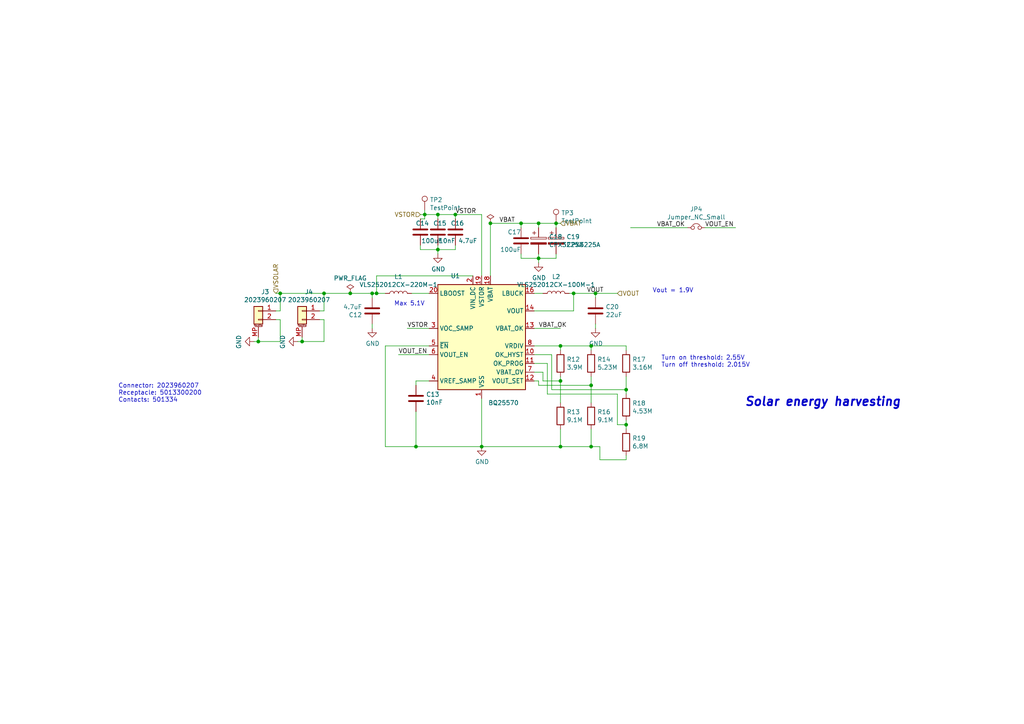
<source format=kicad_sch>
(kicad_sch (version 20211123) (generator eeschema)
  (paper "A4")
  (title_block (title "Energy Harvesting") (date "2021-11-21") (rev "2.0"))
  (lib_symbols
    (symbol "Battery_Management:BQ25570"
      (property "Reference" "U" (at -12.7 16.51 0))
      (property "Value" "BQ25570" (at 10.16 16.51 0))
      (symbol "BQ25570_0_1"
        (rectangle (start -12.7 15.24) (end 12.7 -15.24) (stroke (width 0.254)) (fill (type background)))
      )
      (symbol "BQ25570_1_1"
        (pin power_in line (at 0 -17.78 90) (length 2.54) (name "VSS") (number "1"))
        (pin input line (at 15.24 -5.08 180) (length 2.54) (name "OK_HYST") (number "10"))
        (pin input line (at 15.24 -7.62 180) (length 2.54) (name "OK_PROG") (number "11"))
        (pin input line (at 15.24 -12.7 180) (length 2.54) (name "VOUT_SET") (number "12"))
        (pin output line (at 15.24 2.54 180) (length 2.54) (name "VBAT_OK") (number "13"))
        (pin input line (at 15.24 7.62 180) (length 2.54) (name "VOUT") (number "14"))
        (pin passive line (at 0 -17.78 90) (length 2.54) hide (name "VSS") (number "15"))
        (pin passive line (at 15.24 12.7 180) (length 2.54) (name "LBUCK") (number "16"))
        (pin passive line (at 0 -17.78 90) (length 2.54) hide (name "VSS") (number "17"))
        (pin power_in line (at 2.54 17.78 270) (length 2.54) (name "VBAT") (number "18"))
        (pin power_out line (at 0 17.78 270) (length 2.54) (name "VSTOR") (number "19"))
        (pin power_in line (at -2.54 17.78 270) (length 2.54) (name "VIN_DC") (number "2"))
        (pin passive line (at -15.24 12.7 0) (length 2.54) (name "LBOOST") (number "20"))
        (pin passive line (at 0 -17.78 90) (length 2.54) hide (name "VSS") (number "21"))
        (pin input line (at -15.24 2.54 0) (length 2.54) (name "VOC_SAMP") (number "3"))
        (pin passive line (at -15.24 -12.7 0) (length 2.54) (name "VREF_SAMP") (number "4"))
        (pin input line (at -15.24 -2.54 0) (length 2.54) (name "~{EN}") (number "5"))
        (pin input line (at -15.24 -5.08 0) (length 2.54) (name "VOUT_EN") (number "6"))
        (pin input line (at 15.24 -10.16 180) (length 2.54) (name "VBAT_OV") (number "7"))
        (pin output line (at 15.24 -2.54 180) (length 2.54) (name "VRDIV") (number "8"))
        (pin passive line (at 0 -17.78 90) (length 2.54) hide (name "VSS") (number "9"))
      )
    )
    (symbol "Connector:TestPoint" (pin_numbers hide) (pin_names (offset 0.762) hide)
      (property "Reference" "TP" (at 0 6.858 0))
      (property "Value" "TestPoint" (at 0 5.08 0))
      (symbol "TestPoint_0_1"
        (circle (center 0 3.302) (radius 0.762))
      )
      (symbol "TestPoint_1_1"
        (pin passive line (at 0 0 90) (length 2.54) (name "1") (number "1"))
      )
    )
    (symbol "Connector_Generic_MountingPin:Conn_01x02_MountingPin" (pin_names (offset 1.016) hide)
      (property "Reference" "J" (at 0 2.54 0))
      (property "Value" "Conn_01x02_MountingPin" (at 1.27 -5.08 0))
      (symbol "Conn_01x02_MountingPin_1_1"
        (rectangle (start -1.27 -2.413) (end 0 -2.667) (stroke (width 0.1524)))
        (rectangle (start -1.27 0.127) (end 0 -0.127) (stroke (width 0.1524)))
        (rectangle (start -1.27 1.27) (end 1.27 -3.81) (stroke (width 0.254)) (fill (type background)))
        (polyline (pts (xy -1.016 -4.572) (xy 1.016 -4.572)) (stroke (width 0.1524)))
        (text "Mounting" (at 0 -4.191 0) (effects (font (size 0.381 0.381))))
        (pin passive line (at -5.08 0 0) (length 3.81) (name "Pin_1") (number "1"))
        (pin passive line (at -5.08 -2.54 0) (length 3.81) (name "Pin_2") (number "2"))
        (pin passive line (at 0 -7.62 90) (length 3.048) (name "MountPin") (number "MP"))
      )
    )
    (symbol "Device:C" (pin_numbers hide) (pin_names (offset 0.254))
      (property "Reference" "C" (at 0.635 2.54 0))
      (property "Value" "C" (at 0.635 -2.54 0))
      (symbol "C_0_1"
        (polyline (pts (xy -2.032 -0.762) (xy 2.032 -0.762)) (stroke (width 0.508)))
        (polyline (pts (xy -2.032 0.762) (xy 2.032 0.762)) (stroke (width 0.508)))
      )
      (symbol "C_1_1"
        (pin passive line (at 0 3.81 270) (length 2.794) (name "~") (number "1"))
        (pin passive line (at 0 -3.81 90) (length 2.794) (name "~") (number "2"))
      )
    )
    (symbol "Device:L" (pin_numbers hide) (pin_names (offset 1.016) hide)
      (property "Reference" "L" (at -1.27 0 90))
      (property "Value" "L" (at 1.905 0 90))
      (symbol "L_0_1"
        (arc (start 0 -2.54) (mid 0.635 -1.905) (end 0 -1.27))
        (arc (start 0 -1.27) (mid 0.635 -0.635) (end 0 0))
        (arc (start 0 0) (mid 0.635 0.635) (end 0 1.27))
        (arc (start 0 1.27) (mid 0.635 1.905) (end 0 2.54))
      )
      (symbol "L_1_1"
        (pin passive line (at 0 3.81 270) (length 1.27) (name "1") (number "1"))
        (pin passive line (at 0 -3.81 90) (length 1.27) (name "2") (number "2"))
      )
    )
    (symbol "Device:R" (pin_numbers hide) (pin_names (offset 0))
      (property "Reference" "R" (at 2.032 0 90))
      (property "Value" "R" (at 0 0 90))
      (symbol "R_0_1"
        (rectangle (start -1.016 -2.54) (end 1.016 2.54) (stroke (width 0.254)))
      )
      (symbol "R_1_1"
        (pin passive line (at 0 3.81 270) (length 1.27) (name "~") (number "1"))
        (pin passive line (at 0 -3.81 90) (length 1.27) (name "~") (number "2"))
      )
    )
    (symbol "int-bluetooth-rescue:CP-Device" (pin_numbers hide) (pin_names (offset 0.254))
      (property "Reference" "C" (at 0.635 2.54 0))
      (property "Value" "CP-Device" (at 0.635 -2.54 0))
      (symbol "CP-Device_0_1"
        (rectangle (start -2.286 0.508) (end 2.286 1.016))
        (polyline (pts (xy -1.778 2.286) (xy -0.762 2.286)))
        (polyline (pts (xy -1.27 2.794) (xy -1.27 1.778)))
        (rectangle (start 2.286 -0.508) (end -2.286 -1.016) (fill (type outline)))
      )
      (symbol "CP-Device_1_1"
        (pin passive line (at 0 3.81 270) (length 2.794) (name "~") (number "1"))
        (pin passive line (at 0 -3.81 90) (length 2.794) (name "~") (number "2"))
      )
    )
    (symbol "int-bluetooth-rescue:Jumper_NC_Small-Device" (pin_numbers hide) (pin_names (offset 0.762) hide)
      (property "Reference" "JP" (at 0 2.032 0))
      (property "Value" "Jumper_NC_Small-Device" (at 0.254 -1.524 0))
      (symbol "Jumper_NC_Small-Device_0_1"
        (circle (center -1.016 0) (radius 0.508))
        (circle (center 1.016 0) (radius 0.508))
        (arc (start 1.016 0.762) (mid 0 1.1828) (end -1.016 0.762))
        (pin passive line (at -2.54 0 0) (length 1.016) (name "1") (number "1"))
        (pin passive line (at 2.54 0 180) (length 1.016) (name "2") (number "2"))
      )
    )
    (symbol "power:GND" (power) (pin_names (offset 0))
      (property "Value" "GND" (at 0 -3.81 0))
      (symbol "GND_0_1"
        (polyline (pts (xy 0 0) (xy 0 -1.27) (xy 1.27 -1.27) (xy 0 -2.54) (xy -1.27 -1.27) (xy 0 -1.27)))
      )
      (symbol "GND_1_1"
        (pin power_in line (at 0 0 270) (length 0) hide (name "GND") (number "1"))
      )
    )
    (symbol "power:PWR_FLAG" (power) (pin_numbers hide) (pin_names (offset 0) hide)
      (property "Value" "PWR_FLAG" (at 0 3.81 0))
      (symbol "PWR_FLAG_0_0"
        (pin power_out line (at 0 0 90) (length 0) (name "pwr") (number "1"))
      )
      (symbol "PWR_FLAG_0_1"
        (polyline (pts (xy 0 0) (xy 0 1.27) (xy -1.016 1.905) (xy 0 2.54) (xy 1.016 1.905) (xy 0 1.27)))
      )
    )
  )
  (junction (at 162.56 110.49))
  (junction (at 109.22 85.09))
  (junction (at 161.29 64.77))
  (junction (at 162.56 129.54))
  (junction (at 87.63 99.06))
  (junction (at 107.95 85.09))
  (junction (at 162.56 100.33))
  (junction (at 132.08 62.23))
  (junction (at 151.13 64.77))
  (junction (at 120.65 129.54))
  (junction (at 127 62.23))
  (junction (at 171.45 129.54))
  (junction (at 93.98 85.09))
  (junction (at 181.61 123.19))
  (junction (at 171.45 111.76))
  (junction (at 81.28 85.09))
  (junction (at 172.72 85.09))
  (junction (at 123.19 62.23))
  (junction (at 171.45 100.33))
  (junction (at 101.6 85.09))
  (junction (at 74.93 99.06))
  (junction (at 156.21 64.77))
  (junction (at 166.37 85.09))
  (junction (at 181.61 113.03))
  (junction (at 142.24 64.77))
  (junction (at 127 72.39))
  (junction (at 139.7 129.54))
  (junction (at 156.21 74.93))
  (wire (pts (xy 156.21 111.76) (xy 171.45 111.76)))
  (wire (pts (xy 181.61 132.08) (xy 181.61 133.35)))
  (wire (pts (xy 160.02 102.87) (xy 160.02 113.03)))
  (wire (pts (xy 137.16 80.01) (xy 109.22 80.01)))
  (wire (pts (xy 74.93 99.06) (xy 74.93 97.79)))
  (wire (pts (xy 181.61 133.35) (xy 173.99 133.35)))
  (wire (pts (xy 165.1 85.09) (xy 166.37 85.09)))
  (wire (pts (xy 109.22 80.01) (xy 109.22 85.09)))
  (wire (pts (xy 179.07 123.19) (xy 181.61 123.19)))
  (wire (pts (xy 124.46 85.09) (xy 119.38 85.09)))
  (wire (pts (xy 160.02 113.03) (xy 181.61 113.03)))
  (wire (pts (xy 162.56 110.49) (xy 162.56 109.22)))
  (wire (pts (xy 87.63 99.06) (xy 86.36 99.06)))
  (wire (pts (xy 154.94 107.95) (xy 157.48 107.95)))
  (wire (pts (xy 107.95 85.09) (xy 109.22 85.09)))
  (wire (pts (xy 154.94 85.09) (xy 157.48 85.09)))
  (wire (pts (xy 156.21 64.77) (xy 161.29 64.77)))
  (wire (pts (xy 158.75 114.3) (xy 179.07 114.3)))
  (wire (pts (xy 127 63.5) (xy 127 62.23)))
  (wire (pts (xy 182.88 66.04) (xy 199.39 66.04)))
  (wire (pts (xy 120.65 129.54) (xy 139.7 129.54)))
  (wire (pts (xy 80.01 85.09) (xy 81.28 85.09)))
  (wire (pts (xy 80.01 90.17) (xy 81.28 90.17)))
  (wire (pts (xy 81.28 92.71) (xy 81.28 99.06)))
  (wire (pts (xy 181.61 101.6) (xy 181.61 100.33)))
  (wire (pts (xy 92.71 90.17) (xy 93.98 90.17)))
  (wire (pts (xy 162.56 100.33) (xy 171.45 100.33)))
  (wire (pts (xy 213.36 66.04) (xy 204.47 66.04)))
  (wire (pts (xy 121.92 72.39) (xy 121.92 71.12)))
  (wire (pts (xy 158.75 105.41) (xy 158.75 114.3)))
  (wire (pts (xy 151.13 66.04) (xy 151.13 64.77)))
  (wire (pts (xy 161.29 66.04) (xy 161.29 64.77)))
  (wire (pts (xy 162.56 64.77) (xy 161.29 64.77)))
  (wire (pts (xy 81.28 99.06) (xy 74.93 99.06)))
  (wire (pts (xy 139.7 129.54) (xy 162.56 129.54)))
  (wire (pts (xy 124.46 102.87) (xy 115.57 102.87)))
  (wire (pts (xy 118.11 95.25) (xy 124.46 95.25)))
  (wire (pts (xy 93.98 85.09) (xy 101.6 85.09)))
  (wire (pts (xy 171.45 100.33) (xy 181.61 100.33)))
  (wire (pts (xy 127 72.39) (xy 127 73.66)))
  (wire (pts (xy 107.95 86.36) (xy 107.95 85.09)))
  (wire (pts (xy 166.37 85.09) (xy 172.72 85.09)))
  (wire (pts (xy 157.48 107.95) (xy 157.48 110.49)))
  (wire (pts (xy 81.28 85.09) (xy 93.98 85.09)))
  (wire (pts (xy 124.46 110.49) (xy 120.65 110.49)))
  (wire (pts (xy 173.99 133.35) (xy 173.99 129.54)))
  (wire (pts (xy 181.61 113.03) (xy 181.61 114.3)))
  (wire (pts (xy 166.37 85.09) (xy 166.37 90.17)))
  (wire (pts (xy 161.29 74.93) (xy 156.21 74.93)))
  (wire (pts (xy 171.45 124.46) (xy 171.45 129.54)))
  (wire (pts (xy 132.08 72.39) (xy 132.08 71.12)))
  (wire (pts (xy 156.21 110.49) (xy 156.21 111.76)))
  (wire (pts (xy 87.63 99.06) (xy 87.63 97.79)))
  (wire (pts (xy 156.21 66.04) (xy 156.21 64.77)))
  (wire (pts (xy 157.48 110.49) (xy 162.56 110.49)))
  (wire (pts (xy 181.61 123.19) (xy 181.61 124.46)))
  (wire (pts (xy 172.72 86.36) (xy 172.72 85.09)))
  (wire (pts (xy 171.45 109.22) (xy 171.45 111.76)))
  (wire (pts (xy 121.92 63.5) (xy 123.19 63.5)))
  (wire (pts (xy 161.29 73.66) (xy 161.29 74.93)))
  (wire (pts (xy 142.24 64.77) (xy 151.13 64.77)))
  (wire (pts (xy 123.19 60.96) (xy 123.19 62.23)))
  (wire (pts (xy 81.28 90.17) (xy 81.28 85.09)))
  (wire (pts (xy 172.72 85.09) (xy 179.07 85.09)))
  (wire (pts (xy 121.92 62.23) (xy 123.19 62.23)))
  (wire (pts (xy 111.76 100.33) (xy 111.76 129.54)))
  (wire (pts (xy 101.6 85.09) (xy 107.95 85.09)))
  (wire (pts (xy 151.13 74.93) (xy 156.21 74.93)))
  (wire (pts (xy 120.65 119.38) (xy 120.65 129.54)))
  (wire (pts (xy 171.45 129.54) (xy 173.99 129.54)))
  (wire (pts (xy 154.94 95.25) (xy 162.56 95.25)))
  (wire (pts (xy 154.94 102.87) (xy 160.02 102.87)))
  (wire (pts (xy 162.56 124.46) (xy 162.56 129.54)))
  (wire (pts (xy 179.07 114.3) (xy 179.07 123.19)))
  (wire (pts (xy 154.94 100.33) (xy 162.56 100.33)))
  (wire (pts (xy 139.7 80.01) (xy 139.7 62.23)))
  (wire (pts (xy 127 72.39) (xy 132.08 72.39)))
  (wire (pts (xy 123.19 63.5) (xy 123.19 62.23)))
  (wire (pts (xy 127 62.23) (xy 132.08 62.23)))
  (wire (pts (xy 172.72 93.98) (xy 172.72 95.25)))
  (wire (pts (xy 162.56 116.84) (xy 162.56 110.49)))
  (wire (pts (xy 111.76 85.09) (xy 109.22 85.09)))
  (wire (pts (xy 142.24 80.01) (xy 142.24 64.77)))
  (wire (pts (xy 92.71 92.71) (xy 93.98 92.71)))
  (wire (pts (xy 107.95 95.25) (xy 107.95 93.98)))
  (wire (pts (xy 181.61 121.92) (xy 181.61 123.19)))
  (wire (pts (xy 139.7 129.54) (xy 139.7 115.57)))
  (wire (pts (xy 171.45 100.33) (xy 171.45 101.6)))
  (wire (pts (xy 132.08 62.23) (xy 139.7 62.23)))
  (wire (pts (xy 151.13 73.66) (xy 151.13 74.93)))
  (wire (pts (xy 120.65 110.49) (xy 120.65 111.76)))
  (wire (pts (xy 121.92 72.39) (xy 127 72.39)))
  (wire (pts (xy 181.61 113.03) (xy 181.61 109.22)))
  (wire (pts (xy 156.21 74.93) (xy 156.21 76.2)))
  (wire (pts (xy 132.08 63.5) (xy 132.08 62.23)))
  (wire (pts (xy 123.19 62.23) (xy 127 62.23)))
  (wire (pts (xy 154.94 105.41) (xy 158.75 105.41)))
  (wire (pts (xy 127 71.12) (xy 127 72.39)))
  (wire (pts (xy 151.13 64.77) (xy 156.21 64.77)))
  (wire (pts (xy 156.21 73.66) (xy 156.21 74.93)))
  (wire (pts (xy 166.37 90.17) (xy 154.94 90.17)))
  (wire (pts (xy 80.01 92.71) (xy 81.28 92.71)))
  (wire (pts (xy 93.98 85.09) (xy 93.98 90.17)))
  (wire (pts (xy 74.93 99.06) (xy 73.66 99.06)))
  (wire (pts (xy 154.94 110.49) (xy 156.21 110.49)))
  (wire (pts (xy 171.45 111.76) (xy 171.45 116.84)))
  (wire (pts (xy 93.98 99.06) (xy 87.63 99.06)))
  (wire (pts (xy 162.56 101.6) (xy 162.56 100.33)))
  (wire (pts (xy 93.98 92.71) (xy 93.98 99.06)))
  (wire (pts (xy 162.56 129.54) (xy 171.45 129.54)))
  (wire (pts (xy 111.76 129.54) (xy 120.65 129.54)))
  (wire (pts (xy 124.46 100.33) (xy 111.76 100.33)))
  (text "Max 5.1V" (at 114.3 88.9 0) (effects (font (size 1.27 1.27)) (justify left bottom)))
  (text "Solar energy harvesting" (at 215.9 118.11 0) (effects (font (size 2.4892 2.4892) (thickness 0.4978) bold italic) (justify left bottom)))
  (text "Vout = 1.9V" (at 189.23 85.09 0) (effects (font (size 1.27 1.27)) (justify left bottom)))
  (text "Turn on threshold: 2.55V\nTurn off threshold: 2.015V " (at 191.77 106.68 0) (effects (font (size 1.27 1.27)) (justify left bottom)))
  (text "Connector: 2023960207\nReceptacle: 5013300200\nContacts: 501334" (at 34.29 116.84 0) (effects (font (size 1.27 1.27)) (justify left bottom)))
  (label "VSTOR" (at 118.11 95.25 0))
  (label "VOUT" (at 170.18 85.09 0))
  (label "VSTOR" (at 132.08 62.23 0))
  (label "VOUT_EN" (at 204.47 66.04 0))
  (label "VOUT_EN" (at 115.57 102.87 0))
  (label "VBAT_OK" (at 156.21 95.25 0))
  (label "VBAT_OK" (at 190.5 66.04 0))
  (label "VBAT" (at 144.78 64.77 0))
  (hierarchical_label "VSOLAR" (shape input) (at 80.01 85.09 90))
  (hierarchical_label "VOUT" (shape input) (at 179.07 85.09 0))
  (hierarchical_label "VBAT" (shape input) (at 162.56 64.77 0))
  (hierarchical_label "VSTOR" (shape input) (at 121.92 62.23 180))
  (symbol (lib_id "Battery_Management:BQ25570") (at 139.7 97.79 0) (unit 1)
    (property "Reference" "U1" (at 132.08 80.01 0))
    (property "Value" "BQ25570" (at 146.05 116.84 0))
    (property "Footprint" "Package_DFN_QFN:QFN-20-1EP_3.5x3.5mm_P0.5mm_EP2x2mm" (effects hide))
    (property "Datasheet" "http://www.ti.com/lit/ds/symlink/bq25570.pdf" (effects hide))
    (property "MPN" "BQ25570RGR" (effects hide))
  )
  (symbol (lib_id "Device:C") (at 107.95 90.17 180) (unit 1)
    (property "Reference" "C12" (at 105.029 91.3384 0) (effects (justify left)))
    (property "Value" "4.7uF" (at 105.029 89.027 0) (effects (justify left)))
    (property "Footprint" "Capacitor_SMD:C_0402_1005Metric" (effects hide))
    (property "MPN" "LMK105BBJ475MVLF" (effects hide))
  )
  (symbol (lib_id "Device:C") (at 132.08 67.31 180) (unit 1)
    (property "Reference" "C16" (at 134.62 64.77 0) (effects (justify left)))
    (property "Value" "4.7uF" (at 138.43 69.85 0) (effects (justify left)))
    (property "Footprint" "Capacitor_SMD:C_0402_1005Metric" (effects hide))
    (property "MPN" "LMK105BBJ475MVLF" (effects hide))
  )
  (symbol (lib_id "Device:L") (at 115.57 85.09 90) (unit 1)
    (property "Reference" "L1" (at 115.57 80.264 90))
    (property "Value" "VLS252012CX-220M-1" (at 115.57 82.5754 90))
    (property "Footprint" "jaspers_footprints:VLS252012CX-1" (effects hide))
    (property "MPN" "VLS252012CX-220M-1" (effects hide))
  )
  (symbol (lib_id "Device:C") (at 151.13 69.85 180) (unit 1)
    (property "Reference" "C17" (at 151.13 67.31 0) (effects (justify left)))
    (property "Value" "100uF" (at 151.13 72.39 0) (effects (justify left)))
    (property "Footprint" "Capacitor_SMD:C_1210_3225Metric" (effects hide))
    (property "MPN" "-" (effects hide))
  )
  (symbol (lib_id "Device:L") (at 161.29 85.09 90) (unit 1)
    (property "Reference" "L2" (at 161.29 80.264 90))
    (property "Value" "VLS252012CX-100M-1" (at 161.29 82.5754 90))
    (property "Footprint" "jaspers_footprints:VLS252012CX-1" (effects hide))
    (property "MPN" "VLS252012CX-100M-1" (effects hide))
  )
  (symbol (lib_id "power:GND") (at 139.7 129.54 0) (unit 1)
    (property "Reference" "#PWR0107" (effects hide))
    (property "Value" "GND" (at 139.827 133.9342 0))
  )
  (symbol (lib_id "Device:C") (at 120.65 115.57 0) (unit 1)
    (property "Reference" "C13" (at 123.571 114.4016 0) (effects (justify left)))
    (property "Value" "10nF" (at 123.571 116.713 0) (effects (justify left)))
    (property "Footprint" "Capacitor_SMD:C_0402_1005Metric" (effects hide))
    (property "MPN" "GCM155R71H103KA55D" (effects hide))
  )
  (symbol (lib_id "Device:R") (at 171.45 105.41 0) (unit 1)
    (property "Reference" "R14" (at 173.228 104.2416 0) (effects (justify left)))
    (property "Value" "5.23M" (at 173.228 106.553 0) (effects (justify left)))
    (property "Footprint" "Resistor_SMD:R_0402_1005Metric" (effects hide))
    (property "MPN" "CRCW04025M23FKED" (effects hide))
  )
  (symbol (lib_id "Device:R") (at 171.45 120.65 0) (unit 1)
    (property "Reference" "R16" (at 173.228 119.4816 0) (effects (justify left)))
    (property "Value" "9.1M" (at 173.228 121.793 0) (effects (justify left)))
    (property "Footprint" "Resistor_SMD:R_0402_1005Metric" (effects hide))
    (property "MPN" "CRCW04029M10FKED " (effects hide))
  )
  (symbol (lib_id "Device:R") (at 162.56 105.41 0) (unit 1)
    (property "Reference" "R12" (at 164.338 104.2416 0) (effects (justify left)))
    (property "Value" "3.9M" (at 164.338 106.553 0) (effects (justify left)))
    (property "Footprint" "Resistor_SMD:R_0402_1005Metric" (effects hide))
    (property "MPN" "MCHVR02FTFY3904 " (effects hide))
  )
  (symbol (lib_id "Device:R") (at 162.56 120.65 0) (unit 1)
    (property "Reference" "R13" (at 164.338 119.4816 0) (effects (justify left)))
    (property "Value" "9.1M" (at 164.338 121.793 0) (effects (justify left)))
    (property "Footprint" "Resistor_SMD:R_0402_1005Metric" (effects hide))
    (property "MPN" "CRCW04029M10FKED " (effects hide))
  )
  (symbol (lib_id "Device:R") (at 181.61 128.27 0) (unit 1)
    (property "Reference" "R19" (at 183.388 127.1016 0) (effects (justify left)))
    (property "Value" "6.8M" (at 183.388 129.413 0) (effects (justify left)))
    (property "Footprint" "Resistor_SMD:R_0402_1005Metric" (effects hide))
    (property "MPN" "MCHVR02FTFY6804 " (effects hide))
  )
  (symbol (lib_id "Device:R") (at 181.61 118.11 0) (unit 1)
    (property "Reference" "R18" (at 183.388 116.9416 0) (effects (justify left)))
    (property "Value" "4.53M" (at 183.388 119.253 0) (effects (justify left)))
    (property "Footprint" "Resistor_SMD:R_0402_1005Metric" (effects hide))
    (property "MPN" "RMCF0402FT4M53" (effects hide))
  )
  (symbol (lib_id "Device:R") (at 181.61 105.41 0) (unit 1)
    (property "Reference" "R17" (at 183.388 104.2416 0) (effects (justify left)))
    (property "Value" "3.16M" (at 183.388 106.553 0) (effects (justify left)))
    (property "Footprint" "Resistor_SMD:R_0402_1005Metric" (effects hide))
    (property "MPN" "CRCW04023M16FKED" (effects hide))
  )
  (symbol (lib_id "power:PWR_FLAG") (at 101.6 85.09 0) (unit 1)
    (property "Reference" "#FLG0101" (effects hide))
    (property "Value" "PWR_FLAG" (at 101.6 80.6958 0))
  )
  (symbol (lib_id "power:PWR_FLAG") (at 142.24 64.77 0) (unit 1)
    (property "Reference" "#FLG0102" (effects hide))
    (property "Value" "PWR_FLAG" (effects hide))
  )
  (symbol (lib_id "Connector:TestPoint") (at 123.19 60.96 0) (unit 1)
    (property "Reference" "TP2" (at 124.6632 57.9628 0) (effects (justify left)))
    (property "Value" "TestPoint" (at 124.6632 60.2742 0) (effects (justify left)))
    (property "Footprint" "jaspers_footprints:SMOX_PCB_TESTPOINT" (effects hide))
    (property "MPN" "SMOX/060/B1/HT " (effects hide))
  )
  (symbol (lib_id "Device:C") (at 172.72 90.17 0) (unit 1)
    (property "Reference" "C20" (at 175.641 89.0016 0) (effects (justify left)))
    (property "Value" "22uF" (at 175.641 91.313 0) (effects (justify left)))
    (property "Footprint" "Capacitor_SMD:C_0603_1608Metric" (effects hide))
    (property "MPN" "GRM188R60J226MEA0D" (effects hide))
  )
  (symbol (lib_id "Connector:TestPoint") (at 161.29 64.77 0) (unit 1)
    (property "Reference" "TP3" (at 162.7632 61.7728 0) (effects (justify left)))
    (property "Value" "TestPoint" (at 162.7632 64.0842 0) (effects (justify left)))
    (property "Footprint" "jaspers_footprints:SMOX_PCB_TESTPOINT" (effects hide))
    (property "MPN" "SMOX/060/B1/HT " (effects hide))
  )
  (symbol (lib_id "power:GND") (at 156.21 76.2 0) (unit 1)
    (property "Reference" "#PWR0108" (effects hide))
    (property "Value" "GND" (at 156.337 80.5942 0))
  )
  (symbol (lib_id "Device:C") (at 127 67.31 180) (unit 1)
    (property "Reference" "C15" (at 129.54 64.77 0) (effects (justify left)))
    (property "Value" "10nF" (at 132.08 69.85 0) (effects (justify left)))
    (property "Footprint" "Capacitor_SMD:C_0402_1005Metric" (effects hide))
    (property "MPN" "GCM155R71H103KA55D" (effects hide))
  )
  (symbol (lib_id "power:GND") (at 107.95 95.25 0) (unit 1)
    (property "Reference" "#PWR0110" (effects hide))
    (property "Value" "GND" (at 108.077 99.6442 0))
  )
  (symbol (lib_id "power:GND") (at 127 73.66 0) (unit 1)
    (property "Reference" "#PWR0111" (effects hide))
    (property "Value" "GND" (at 127.127 78.0542 0))
  )
  (symbol (lib_id "power:GND") (at 172.72 95.25 0) (unit 1)
    (property "Reference" "#PWR0109" (effects hide))
    (property "Value" "GND" (at 172.847 99.6442 0))
  )
  (symbol (lib_id "Connector_Generic_MountingPin:Conn_01x02_MountingPin") (at 87.63 90.17 0) (mirror y) (unit 1)
    (property "Reference" "J4" (at 89.6112 84.6582 0))
    (property "Value" "2023960207" (at 89.6112 86.9696 0))
    (property "Footprint" "jaspers_footprints:Molex_Pico-Clasp_202396-0207_1x02-1MP_P1.00mm_Horizontal" (effects hide))
    (property "MPN" "202396-0207" (effects hide))
  )
  (symbol (lib_id "power:GND") (at 73.66 99.06 270) (unit 1)
    (property "Reference" "#PWR0112" (effects hide))
    (property "Value" "GND" (at 69.2658 99.187 0))
  )
  (symbol (lib_id "Connector_Generic_MountingPin:Conn_01x02_MountingPin") (at 74.93 90.17 0) (mirror y) (unit 1)
    (property "Reference" "J3" (at 76.9112 84.6582 0))
    (property "Value" "2023960207" (at 76.9112 86.9696 0))
    (property "Footprint" "jaspers_footprints:Molex_Pico-Clasp_202396-0207_1x02-1MP_P1.00mm_Horizontal" (effects hide))
    (property "MPN" "202396-0207" (effects hide))
  )
  (symbol (lib_id "power:GND") (at 86.36 99.06 270) (unit 1)
    (property "Reference" "#PWR0113" (effects hide))
    (property "Value" "GND" (at 81.9658 99.187 0))
  )
  (symbol (lib_id "int-bluetooth-rescue:CP-Device") (at 156.21 69.85 0) (unit 1)
    (property "Reference" "C18" (at 159.2072 68.6816 0) (effects (justify left)))
    (property "Value" "CPX3225A" (at 159.2072 70.993 0) (effects (justify left)))
    (property "Footprint" "jaspers_footprints:CPX3225A" (effects hide))
    (property "Datasheet" "https://www.seiko-instruments.de/fileadmin/Editors/COMP/PDF/MicroBattery_catalogue_E_2018A_forWeb.pdf" (effects hide))
    (property "MPN" "CPX3225A" (effects hide))
  )
  (symbol (lib_id "int-bluetooth-rescue:CP-Device") (at 161.29 69.85 0) (unit 1)
    (property "Reference" "C19" (at 164.2872 68.6816 0) (effects (justify left)))
    (property "Value" "CPX3225A" (at 164.2872 70.993 0) (effects (justify left)))
    (property "Footprint" "jaspers_footprints:CPX3225A" (effects hide))
    (property "Datasheet" "https://www.seiko-instruments.de/fileadmin/Editors/COMP/PDF/MicroBattery_catalogue_E_2018A_forWeb.pdf" (effects hide))
    (property "MPN" "CPX3225A" (effects hide))
  )
  (symbol (lib_id "Device:C") (at 121.92 67.31 180) (unit 1)
    (property "Reference" "C14" (at 124.46 64.77 0) (effects (justify left)))
    (property "Value" "100uF" (at 128.27 69.85 0) (effects (justify left)))
    (property "Footprint" "Capacitor_SMD:C_1210_3225Metric" (effects hide))
    (property "MPN" "-" (effects hide))
  )
  (symbol (lib_id "int-bluetooth-rescue:Jumper_NC_Small-Device") (at 201.93 66.04 0) (unit 1)
    (property "Reference" "JP4" (at 201.93 60.6552 0))
    (property "Value" "Jumper_NC_Small" (at 201.93 62.9666 0))
    (property "Footprint" "jaspers_footprints:SolderJumper-small-nc" (effects hide))
    (property "MPN" "-" (effects hide))
  )
)
</source>
